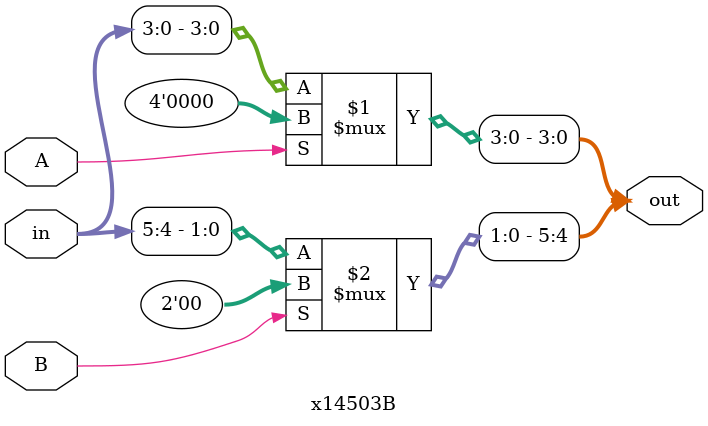
<source format=v>

module x14503B(
  input [5:0] in,
  output [5:0] out,
  input A,
  input B
);

assign out = { B ? 2'b00 : in[5:4], A ? 4'b00 : in[3:0] };

endmodule

</source>
